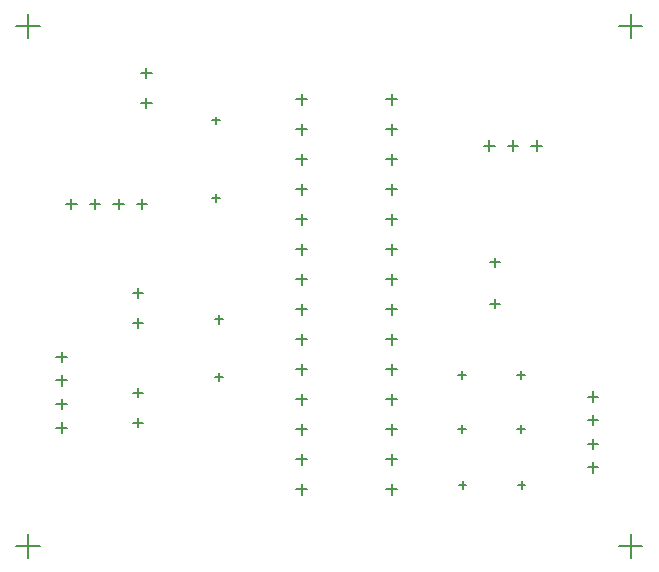
<source format=gbr>
G04*
G04 #@! TF.GenerationSoftware,Altium Limited,Altium Designer,22.4.2 (48)*
G04*
G04 Layer_Color=128*
%FSLAX44Y44*%
%MOMM*%
G71*
G04*
G04 #@! TF.SameCoordinates,526C220A-A096-4E3C-8F2C-01EC2D9484EB*
G04*
G04*
G04 #@! TF.FilePolarity,Positive*
G04*
G01*
G75*
%ADD40C,0.1270*%
D40*
X48800Y185000D02*
X57700D01*
X53250Y180550D02*
Y189450D01*
X48800Y165000D02*
X57700D01*
X53250Y160550D02*
Y169450D01*
X48800Y145000D02*
X57700D01*
X53250Y140550D02*
Y149450D01*
X48800Y125000D02*
X57700D01*
X53250Y120550D02*
Y129450D01*
X416000Y230000D02*
X424000D01*
X420000Y226000D02*
Y234000D01*
X416000Y265000D02*
X424000D01*
X420000Y261000D02*
Y269000D01*
X120500Y425400D02*
X129500D01*
X125000Y420900D02*
Y429900D01*
X120500Y400000D02*
X129500D01*
X125000Y395500D02*
Y404500D01*
X498540Y91320D02*
X507440D01*
X502990Y86870D02*
Y95770D01*
X498540Y111320D02*
X507440D01*
X502990Y106870D02*
Y115770D01*
X498540Y131320D02*
X507440D01*
X502990Y126870D02*
Y135770D01*
X498540Y151320D02*
X507440D01*
X502990Y146870D02*
Y155770D01*
X183260Y216680D02*
X190260D01*
X186760Y213180D02*
Y220180D01*
X183260Y167880D02*
X190260D01*
X186760Y164380D02*
Y171380D01*
X252110Y403100D02*
X261110D01*
X256610Y398600D02*
Y407600D01*
X252110Y377700D02*
X261110D01*
X256610Y373200D02*
Y382200D01*
X252110Y352300D02*
X261110D01*
X256610Y347800D02*
Y356800D01*
X252110Y326900D02*
X261110D01*
X256610Y322400D02*
Y331400D01*
X252110Y301500D02*
X261110D01*
X256610Y297000D02*
Y306000D01*
X252110Y276100D02*
X261110D01*
X256610Y271600D02*
Y280600D01*
X252110Y250700D02*
X261110D01*
X256610Y246200D02*
Y255200D01*
X252110Y225300D02*
X261110D01*
X256610Y220800D02*
Y229800D01*
X252110Y199900D02*
X261110D01*
X256610Y195400D02*
Y204400D01*
X252110Y174500D02*
X261110D01*
X256610Y170000D02*
Y179000D01*
X252110Y149100D02*
X261110D01*
X256610Y144600D02*
Y153600D01*
X252110Y123700D02*
X261110D01*
X256610Y119200D02*
Y128200D01*
X252110Y98300D02*
X261110D01*
X256610Y93800D02*
Y102800D01*
X252110Y72900D02*
X261110D01*
X256610Y68400D02*
Y77400D01*
X328310Y403100D02*
X337310D01*
X332810Y398600D02*
Y407600D01*
X328310Y377700D02*
X337310D01*
X332810Y373200D02*
Y382200D01*
X328310Y352300D02*
X337310D01*
X332810Y347800D02*
Y356800D01*
X328310Y326900D02*
X337310D01*
X332810Y322400D02*
Y331400D01*
X328310Y301500D02*
X337310D01*
X332810Y297000D02*
Y306000D01*
X328310Y276100D02*
X337310D01*
X332810Y271600D02*
Y280600D01*
X328310Y250700D02*
X337310D01*
X332810Y246200D02*
Y255200D01*
X328310Y225300D02*
X337310D01*
X332810Y220800D02*
Y229800D01*
X328310Y199900D02*
X337310D01*
X332810Y195400D02*
Y204400D01*
X328310Y174500D02*
X337310D01*
X332810Y170000D02*
Y179000D01*
X328310Y149100D02*
X337310D01*
X332810Y144600D02*
Y153600D01*
X328310Y123700D02*
X337310D01*
X332810Y119200D02*
Y128200D01*
X328310Y98300D02*
X337310D01*
X332810Y93800D02*
Y102800D01*
X328310Y72900D02*
X337310D01*
X332810Y68400D02*
Y77400D01*
X389500Y76250D02*
X396000D01*
X392750Y73000D02*
Y79500D01*
X439500Y76250D02*
X446000D01*
X442750Y73000D02*
Y79500D01*
X113750Y129300D02*
X121750D01*
X117750Y125300D02*
Y133300D01*
X113750Y154700D02*
X121750D01*
X117750Y150700D02*
Y158700D01*
X114000Y239200D02*
X122000D01*
X118000Y235200D02*
Y243200D01*
X114000Y213800D02*
X122000D01*
X118000Y209800D02*
Y217800D01*
X180970Y319500D02*
X187470D01*
X184220Y316250D02*
Y322750D01*
X180970Y385100D02*
X187470D01*
X184220Y381850D02*
Y388350D01*
X117060Y314200D02*
X125960D01*
X121510Y309750D02*
Y318650D01*
X97060Y314200D02*
X105960D01*
X101510Y309750D02*
Y318650D01*
X77060Y314200D02*
X85960D01*
X81510Y309750D02*
Y318650D01*
X57060Y314200D02*
X65960D01*
X61510Y309750D02*
Y318650D01*
X410910Y363730D02*
X419810D01*
X415360Y359280D02*
Y368180D01*
X430910Y363730D02*
X439810D01*
X435360Y359280D02*
Y368180D01*
X450910Y363730D02*
X459810D01*
X455360Y359280D02*
Y368180D01*
X439000Y169500D02*
X445500D01*
X442250Y166250D02*
Y172750D01*
X389000Y169500D02*
X395500D01*
X392250Y166250D02*
Y172750D01*
X439000Y124000D02*
X445500D01*
X442250Y120750D02*
Y127250D01*
X389000Y124000D02*
X395500D01*
X392250Y120750D02*
Y127250D01*
X15000Y465000D02*
X35000D01*
X25000Y455000D02*
Y475000D01*
X525000Y25000D02*
X545000D01*
X535000Y15000D02*
Y35000D01*
X15000Y25000D02*
X35000D01*
X25000Y15000D02*
Y35000D01*
X525000Y465000D02*
X545000D01*
X535000Y455000D02*
Y475000D01*
M02*

</source>
